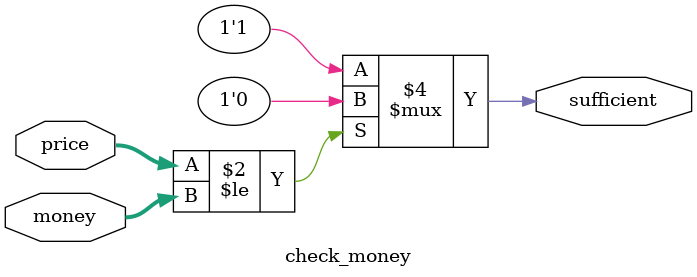
<source format=v>
`timescale 1ns / 1ps


module check_money(
    
    input [12:0] price,
    input [12:0] money,
    output reg sufficient
    );
    
    always@(*) begin
        if (price <= money) begin
            sufficient <= 1'b0;
        end else begin
            sufficient <= 1'b1;
        end
    end
endmodule

</source>
